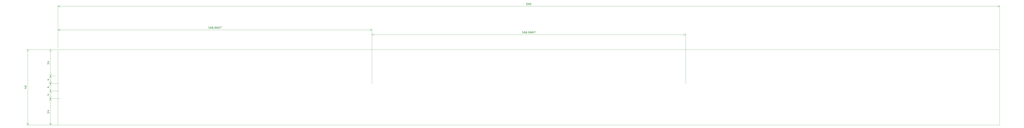
<source format=gbr>
%TF.GenerationSoftware,KiCad,Pcbnew,9.0.6*%
%TF.CreationDate,2026-01-13T20:20:36+00:00*%
%TF.ProjectId,Cinder,43696e64-6572-42e6-9b69-6361645f7063,rev?*%
%TF.SameCoordinates,Original*%
%TF.FileFunction,Profile,NP*%
%FSLAX46Y46*%
G04 Gerber Fmt 4.6, Leading zero omitted, Abs format (unit mm)*
G04 Created by KiCad (PCBNEW 9.0.6) date 2026-01-13 20:20:36*
%MOMM*%
%LPD*%
G01*
G04 APERTURE LIST*
%ADD10C,0.150000*%
%TA.AperFunction,Profile*%
%ADD11C,0.050000*%
%TD*%
G04 APERTURE END LIST*
D10*
X-2809523Y28695180D02*
X-3380951Y28695180D01*
X-3095237Y28695180D02*
X-3095237Y29695180D01*
X-3095237Y29695180D02*
X-3190475Y29552323D01*
X-3190475Y29552323D02*
X-3285713Y29457085D01*
X-3285713Y29457085D02*
X-3380951Y29409466D01*
X-1952380Y29695180D02*
X-2142856Y29695180D01*
X-2142856Y29695180D02*
X-2238094Y29647561D01*
X-2238094Y29647561D02*
X-2285713Y29599942D01*
X-2285713Y29599942D02*
X-2380951Y29457085D01*
X-2380951Y29457085D02*
X-2428570Y29266609D01*
X-2428570Y29266609D02*
X-2428570Y28885657D01*
X-2428570Y28885657D02*
X-2380951Y28790419D01*
X-2380951Y28790419D02*
X-2333332Y28742800D01*
X-2333332Y28742800D02*
X-2238094Y28695180D01*
X-2238094Y28695180D02*
X-2047618Y28695180D01*
X-2047618Y28695180D02*
X-1952380Y28742800D01*
X-1952380Y28742800D02*
X-1904761Y28790419D01*
X-1904761Y28790419D02*
X-1857142Y28885657D01*
X-1857142Y28885657D02*
X-1857142Y29123752D01*
X-1857142Y29123752D02*
X-1904761Y29218990D01*
X-1904761Y29218990D02*
X-1952380Y29266609D01*
X-1952380Y29266609D02*
X-2047618Y29314228D01*
X-2047618Y29314228D02*
X-2238094Y29314228D01*
X-2238094Y29314228D02*
X-2333332Y29266609D01*
X-2333332Y29266609D02*
X-2380951Y29218990D01*
X-2380951Y29218990D02*
X-2428570Y29123752D01*
X-999999Y29695180D02*
X-1190475Y29695180D01*
X-1190475Y29695180D02*
X-1285713Y29647561D01*
X-1285713Y29647561D02*
X-1333332Y29599942D01*
X-1333332Y29599942D02*
X-1428570Y29457085D01*
X-1428570Y29457085D02*
X-1476189Y29266609D01*
X-1476189Y29266609D02*
X-1476189Y28885657D01*
X-1476189Y28885657D02*
X-1428570Y28790419D01*
X-1428570Y28790419D02*
X-1380951Y28742800D01*
X-1380951Y28742800D02*
X-1285713Y28695180D01*
X-1285713Y28695180D02*
X-1095237Y28695180D01*
X-1095237Y28695180D02*
X-999999Y28742800D01*
X-999999Y28742800D02*
X-952380Y28790419D01*
X-952380Y28790419D02*
X-904761Y28885657D01*
X-904761Y28885657D02*
X-904761Y29123752D01*
X-904761Y29123752D02*
X-952380Y29218990D01*
X-952380Y29218990D02*
X-999999Y29266609D01*
X-999999Y29266609D02*
X-1095237Y29314228D01*
X-1095237Y29314228D02*
X-1285713Y29314228D01*
X-1285713Y29314228D02*
X-1380951Y29266609D01*
X-1380951Y29266609D02*
X-1428570Y29218990D01*
X-1428570Y29218990D02*
X-1476189Y29123752D01*
X-476189Y28790419D02*
X-428570Y28742800D01*
X-428570Y28742800D02*
X-476189Y28695180D01*
X-476189Y28695180D02*
X-523808Y28742800D01*
X-523808Y28742800D02*
X-476189Y28790419D01*
X-476189Y28790419D02*
X-476189Y28695180D01*
X428571Y29695180D02*
X238095Y29695180D01*
X238095Y29695180D02*
X142857Y29647561D01*
X142857Y29647561D02*
X95238Y29599942D01*
X95238Y29599942D02*
X0Y29457085D01*
X0Y29457085D02*
X-47618Y29266609D01*
X-47618Y29266609D02*
X-47618Y28885657D01*
X-47618Y28885657D02*
X0Y28790419D01*
X0Y28790419D02*
X47619Y28742800D01*
X47619Y28742800D02*
X142857Y28695180D01*
X142857Y28695180D02*
X333333Y28695180D01*
X333333Y28695180D02*
X428571Y28742800D01*
X428571Y28742800D02*
X476190Y28790419D01*
X476190Y28790419D02*
X523809Y28885657D01*
X523809Y28885657D02*
X523809Y29123752D01*
X523809Y29123752D02*
X476190Y29218990D01*
X476190Y29218990D02*
X428571Y29266609D01*
X428571Y29266609D02*
X333333Y29314228D01*
X333333Y29314228D02*
X142857Y29314228D01*
X142857Y29314228D02*
X47619Y29266609D01*
X47619Y29266609D02*
X0Y29218990D01*
X0Y29218990D02*
X-47618Y29123752D01*
X1380952Y29695180D02*
X1190476Y29695180D01*
X1190476Y29695180D02*
X1095238Y29647561D01*
X1095238Y29647561D02*
X1047619Y29599942D01*
X1047619Y29599942D02*
X952381Y29457085D01*
X952381Y29457085D02*
X904762Y29266609D01*
X904762Y29266609D02*
X904762Y28885657D01*
X904762Y28885657D02*
X952381Y28790419D01*
X952381Y28790419D02*
X1000000Y28742800D01*
X1000000Y28742800D02*
X1095238Y28695180D01*
X1095238Y28695180D02*
X1285714Y28695180D01*
X1285714Y28695180D02*
X1380952Y28742800D01*
X1380952Y28742800D02*
X1428571Y28790419D01*
X1428571Y28790419D02*
X1476190Y28885657D01*
X1476190Y28885657D02*
X1476190Y29123752D01*
X1476190Y29123752D02*
X1428571Y29218990D01*
X1428571Y29218990D02*
X1380952Y29266609D01*
X1380952Y29266609D02*
X1285714Y29314228D01*
X1285714Y29314228D02*
X1095238Y29314228D01*
X1095238Y29314228D02*
X1000000Y29266609D01*
X1000000Y29266609D02*
X952381Y29218990D01*
X952381Y29218990D02*
X904762Y29123752D01*
X2333333Y29695180D02*
X2142857Y29695180D01*
X2142857Y29695180D02*
X2047619Y29647561D01*
X2047619Y29647561D02*
X2000000Y29599942D01*
X2000000Y29599942D02*
X1904762Y29457085D01*
X1904762Y29457085D02*
X1857143Y29266609D01*
X1857143Y29266609D02*
X1857143Y28885657D01*
X1857143Y28885657D02*
X1904762Y28790419D01*
X1904762Y28790419D02*
X1952381Y28742800D01*
X1952381Y28742800D02*
X2047619Y28695180D01*
X2047619Y28695180D02*
X2238095Y28695180D01*
X2238095Y28695180D02*
X2333333Y28742800D01*
X2333333Y28742800D02*
X2380952Y28790419D01*
X2380952Y28790419D02*
X2428571Y28885657D01*
X2428571Y28885657D02*
X2428571Y29123752D01*
X2428571Y29123752D02*
X2380952Y29218990D01*
X2380952Y29218990D02*
X2333333Y29266609D01*
X2333333Y29266609D02*
X2238095Y29314228D01*
X2238095Y29314228D02*
X2047619Y29314228D01*
X2047619Y29314228D02*
X1952381Y29266609D01*
X1952381Y29266609D02*
X1904762Y29218990D01*
X1904762Y29218990D02*
X1857143Y29123752D01*
X2761905Y29695180D02*
X3428571Y29695180D01*
X3428571Y29695180D02*
X3000000Y28695180D01*
D11*
X-83333330Y1980000D02*
X-83333330Y28586420D01*
X83333330Y28586420D02*
X83333330Y1980000D01*
X-83333330Y28000000D02*
X83333330Y28000000D01*
X-83333330Y28000000D02*
X-82206826Y28586421D01*
X-83333330Y28000000D02*
X-82206826Y27413579D01*
X83333330Y28000000D02*
X82206826Y27413579D01*
X83333330Y28000000D02*
X82206826Y28586421D01*
D10*
X-169476188Y31195180D02*
X-170047616Y31195180D01*
X-169761902Y31195180D02*
X-169761902Y32195180D01*
X-169761902Y32195180D02*
X-169857140Y32052323D01*
X-169857140Y32052323D02*
X-169952378Y31957085D01*
X-169952378Y31957085D02*
X-170047616Y31909466D01*
X-168619045Y32195180D02*
X-168809521Y32195180D01*
X-168809521Y32195180D02*
X-168904759Y32147561D01*
X-168904759Y32147561D02*
X-168952378Y32099942D01*
X-168952378Y32099942D02*
X-169047616Y31957085D01*
X-169047616Y31957085D02*
X-169095235Y31766609D01*
X-169095235Y31766609D02*
X-169095235Y31385657D01*
X-169095235Y31385657D02*
X-169047616Y31290419D01*
X-169047616Y31290419D02*
X-168999997Y31242800D01*
X-168999997Y31242800D02*
X-168904759Y31195180D01*
X-168904759Y31195180D02*
X-168714283Y31195180D01*
X-168714283Y31195180D02*
X-168619045Y31242800D01*
X-168619045Y31242800D02*
X-168571426Y31290419D01*
X-168571426Y31290419D02*
X-168523807Y31385657D01*
X-168523807Y31385657D02*
X-168523807Y31623752D01*
X-168523807Y31623752D02*
X-168571426Y31718990D01*
X-168571426Y31718990D02*
X-168619045Y31766609D01*
X-168619045Y31766609D02*
X-168714283Y31814228D01*
X-168714283Y31814228D02*
X-168904759Y31814228D01*
X-168904759Y31814228D02*
X-168999997Y31766609D01*
X-168999997Y31766609D02*
X-169047616Y31718990D01*
X-169047616Y31718990D02*
X-169095235Y31623752D01*
X-167666664Y32195180D02*
X-167857140Y32195180D01*
X-167857140Y32195180D02*
X-167952378Y32147561D01*
X-167952378Y32147561D02*
X-167999997Y32099942D01*
X-167999997Y32099942D02*
X-168095235Y31957085D01*
X-168095235Y31957085D02*
X-168142854Y31766609D01*
X-168142854Y31766609D02*
X-168142854Y31385657D01*
X-168142854Y31385657D02*
X-168095235Y31290419D01*
X-168095235Y31290419D02*
X-168047616Y31242800D01*
X-168047616Y31242800D02*
X-167952378Y31195180D01*
X-167952378Y31195180D02*
X-167761902Y31195180D01*
X-167761902Y31195180D02*
X-167666664Y31242800D01*
X-167666664Y31242800D02*
X-167619045Y31290419D01*
X-167619045Y31290419D02*
X-167571426Y31385657D01*
X-167571426Y31385657D02*
X-167571426Y31623752D01*
X-167571426Y31623752D02*
X-167619045Y31718990D01*
X-167619045Y31718990D02*
X-167666664Y31766609D01*
X-167666664Y31766609D02*
X-167761902Y31814228D01*
X-167761902Y31814228D02*
X-167952378Y31814228D01*
X-167952378Y31814228D02*
X-168047616Y31766609D01*
X-168047616Y31766609D02*
X-168095235Y31718990D01*
X-168095235Y31718990D02*
X-168142854Y31623752D01*
X-167142854Y31290419D02*
X-167095235Y31242800D01*
X-167095235Y31242800D02*
X-167142854Y31195180D01*
X-167142854Y31195180D02*
X-167190473Y31242800D01*
X-167190473Y31242800D02*
X-167142854Y31290419D01*
X-167142854Y31290419D02*
X-167142854Y31195180D01*
X-166238093Y32195180D02*
X-166428569Y32195180D01*
X-166428569Y32195180D02*
X-166523807Y32147561D01*
X-166523807Y32147561D02*
X-166571426Y32099942D01*
X-166571426Y32099942D02*
X-166666664Y31957085D01*
X-166666664Y31957085D02*
X-166714283Y31766609D01*
X-166714283Y31766609D02*
X-166714283Y31385657D01*
X-166714283Y31385657D02*
X-166666664Y31290419D01*
X-166666664Y31290419D02*
X-166619045Y31242800D01*
X-166619045Y31242800D02*
X-166523807Y31195180D01*
X-166523807Y31195180D02*
X-166333331Y31195180D01*
X-166333331Y31195180D02*
X-166238093Y31242800D01*
X-166238093Y31242800D02*
X-166190474Y31290419D01*
X-166190474Y31290419D02*
X-166142855Y31385657D01*
X-166142855Y31385657D02*
X-166142855Y31623752D01*
X-166142855Y31623752D02*
X-166190474Y31718990D01*
X-166190474Y31718990D02*
X-166238093Y31766609D01*
X-166238093Y31766609D02*
X-166333331Y31814228D01*
X-166333331Y31814228D02*
X-166523807Y31814228D01*
X-166523807Y31814228D02*
X-166619045Y31766609D01*
X-166619045Y31766609D02*
X-166666664Y31718990D01*
X-166666664Y31718990D02*
X-166714283Y31623752D01*
X-165285712Y32195180D02*
X-165476188Y32195180D01*
X-165476188Y32195180D02*
X-165571426Y32147561D01*
X-165571426Y32147561D02*
X-165619045Y32099942D01*
X-165619045Y32099942D02*
X-165714283Y31957085D01*
X-165714283Y31957085D02*
X-165761902Y31766609D01*
X-165761902Y31766609D02*
X-165761902Y31385657D01*
X-165761902Y31385657D02*
X-165714283Y31290419D01*
X-165714283Y31290419D02*
X-165666664Y31242800D01*
X-165666664Y31242800D02*
X-165571426Y31195180D01*
X-165571426Y31195180D02*
X-165380950Y31195180D01*
X-165380950Y31195180D02*
X-165285712Y31242800D01*
X-165285712Y31242800D02*
X-165238093Y31290419D01*
X-165238093Y31290419D02*
X-165190474Y31385657D01*
X-165190474Y31385657D02*
X-165190474Y31623752D01*
X-165190474Y31623752D02*
X-165238093Y31718990D01*
X-165238093Y31718990D02*
X-165285712Y31766609D01*
X-165285712Y31766609D02*
X-165380950Y31814228D01*
X-165380950Y31814228D02*
X-165571426Y31814228D01*
X-165571426Y31814228D02*
X-165666664Y31766609D01*
X-165666664Y31766609D02*
X-165714283Y31718990D01*
X-165714283Y31718990D02*
X-165761902Y31623752D01*
X-164333331Y32195180D02*
X-164523807Y32195180D01*
X-164523807Y32195180D02*
X-164619045Y32147561D01*
X-164619045Y32147561D02*
X-164666664Y32099942D01*
X-164666664Y32099942D02*
X-164761902Y31957085D01*
X-164761902Y31957085D02*
X-164809521Y31766609D01*
X-164809521Y31766609D02*
X-164809521Y31385657D01*
X-164809521Y31385657D02*
X-164761902Y31290419D01*
X-164761902Y31290419D02*
X-164714283Y31242800D01*
X-164714283Y31242800D02*
X-164619045Y31195180D01*
X-164619045Y31195180D02*
X-164428569Y31195180D01*
X-164428569Y31195180D02*
X-164333331Y31242800D01*
X-164333331Y31242800D02*
X-164285712Y31290419D01*
X-164285712Y31290419D02*
X-164238093Y31385657D01*
X-164238093Y31385657D02*
X-164238093Y31623752D01*
X-164238093Y31623752D02*
X-164285712Y31718990D01*
X-164285712Y31718990D02*
X-164333331Y31766609D01*
X-164333331Y31766609D02*
X-164428569Y31814228D01*
X-164428569Y31814228D02*
X-164619045Y31814228D01*
X-164619045Y31814228D02*
X-164714283Y31766609D01*
X-164714283Y31766609D02*
X-164761902Y31718990D01*
X-164761902Y31718990D02*
X-164809521Y31623752D01*
X-163904759Y32195180D02*
X-163238093Y32195180D01*
X-163238093Y32195180D02*
X-163666664Y31195180D01*
D11*
X-250000000Y20500000D02*
X-250000000Y31086420D01*
X-83333330Y31086420D02*
X-83333330Y1980000D01*
X-250000000Y30500000D02*
X-83333330Y30500000D01*
X-250000000Y30500000D02*
X-248873496Y31086421D01*
X-250000000Y30500000D02*
X-248873496Y29913579D01*
X-83333330Y30500000D02*
X-84459834Y29913579D01*
X-83333330Y30500000D02*
X-84459834Y31086421D01*
D10*
X-254695180Y-13190476D02*
X-254695180Y-13761904D01*
X-254695180Y-13476190D02*
X-255695180Y-13476190D01*
X-255695180Y-13476190D02*
X-255552323Y-13571428D01*
X-255552323Y-13571428D02*
X-255457085Y-13666666D01*
X-255457085Y-13666666D02*
X-255409466Y-13761904D01*
X-255361847Y-12333333D02*
X-254695180Y-12333333D01*
X-255742800Y-12571428D02*
X-255028514Y-12809523D01*
X-255028514Y-12809523D02*
X-255028514Y-12190476D01*
D11*
X-248640000Y-6000000D02*
X-254586420Y-6000000D01*
X-254586420Y-20000000D02*
X-248640000Y-20000000D01*
X-254000000Y-6000000D02*
X-254000000Y-20000000D01*
X-254000000Y-6000000D02*
X-253413579Y-7126504D01*
X-254000000Y-6000000D02*
X-254586421Y-7126504D01*
X-254000000Y-20000000D02*
X-254586421Y-18873496D01*
X-254000000Y-20000000D02*
X-253413579Y-18873496D01*
D10*
X-255361847Y-3809523D02*
X-254695180Y-3809523D01*
X-255742800Y-4047618D02*
X-255028514Y-4285713D01*
X-255028514Y-4285713D02*
X-255028514Y-3666666D01*
D11*
X-249500000Y-2000000D02*
X-254586420Y-2000000D01*
X-254586420Y-6000000D02*
X-249000000Y-6000000D01*
X-254000000Y-2000000D02*
X-254000000Y-6000000D01*
X-254000000Y-2000000D02*
X-253413579Y-3126504D01*
X-254000000Y-2000000D02*
X-254586421Y-3126504D01*
X-254000000Y-6000000D02*
X-254586421Y-4873496D01*
X-254000000Y-6000000D02*
X-253413579Y-4873496D01*
D10*
X-255361847Y190476D02*
X-254695180Y190476D01*
X-255742800Y-47618D02*
X-255028514Y-285713D01*
X-255028514Y-285713D02*
X-255028514Y333333D01*
D11*
X-249500000Y2000000D02*
X-254586420Y2000000D01*
X-254586420Y-2000000D02*
X-249500000Y-2000000D01*
X-254000000Y2000000D02*
X-254000000Y-2000000D01*
X-254000000Y2000000D02*
X-253413579Y873496D01*
X-254000000Y2000000D02*
X-254586421Y873496D01*
X-254000000Y-2000000D02*
X-254586421Y-873496D01*
X-254000000Y-2000000D02*
X-253413579Y-873496D01*
D10*
X-255361847Y4190476D02*
X-254695180Y4190476D01*
X-255742800Y3952381D02*
X-255028514Y3714286D01*
X-255028514Y3714286D02*
X-255028514Y4333333D01*
D11*
X-251500000Y6000000D02*
X-254586420Y6000000D01*
X-254586420Y2000000D02*
X-251500000Y2000000D01*
X-254000000Y6000000D02*
X-254000000Y2000000D01*
X-254000000Y6000000D02*
X-253413579Y4873496D01*
X-254000000Y6000000D02*
X-254586421Y4873496D01*
X-254000000Y2000000D02*
X-254586421Y3126504D01*
X-254000000Y2000000D02*
X-253413579Y3126504D01*
D10*
X-254695180Y12809523D02*
X-254695180Y12238095D01*
X-254695180Y12523809D02*
X-255695180Y12523809D01*
X-255695180Y12523809D02*
X-255552323Y12428571D01*
X-255552323Y12428571D02*
X-255457085Y12333333D01*
X-255457085Y12333333D02*
X-255409466Y12238095D01*
X-255361847Y13666666D02*
X-254695180Y13666666D01*
X-255742800Y13428571D02*
X-255028514Y13190476D01*
X-255028514Y13190476D02*
X-255028514Y13809523D01*
D11*
X-251500000Y6000000D02*
X-254586420Y6000000D01*
X-254586420Y20000000D02*
X-250500000Y20000000D01*
X-254000000Y6000000D02*
X-254000000Y20000000D01*
X-254000000Y6000000D02*
X-254586421Y7126504D01*
X-254000000Y6000000D02*
X-253413579Y7126504D01*
X-254000000Y20000000D02*
X-253413579Y18873496D01*
X-254000000Y20000000D02*
X-254586421Y18873496D01*
D10*
X-267361847Y-285714D02*
X-266695180Y-285714D01*
X-267742800Y-523809D02*
X-267028514Y-761904D01*
X-267028514Y-761904D02*
X-267028514Y-142857D01*
X-267695180Y428571D02*
X-267695180Y523809D01*
X-267695180Y523809D02*
X-267647561Y619047D01*
X-267647561Y619047D02*
X-267599942Y666666D01*
X-267599942Y666666D02*
X-267504704Y714285D01*
X-267504704Y714285D02*
X-267314228Y761904D01*
X-267314228Y761904D02*
X-267076133Y761904D01*
X-267076133Y761904D02*
X-266885657Y714285D01*
X-266885657Y714285D02*
X-266790419Y666666D01*
X-266790419Y666666D02*
X-266742800Y619047D01*
X-266742800Y619047D02*
X-266695180Y523809D01*
X-266695180Y523809D02*
X-266695180Y428571D01*
X-266695180Y428571D02*
X-266742800Y333333D01*
X-266742800Y333333D02*
X-266790419Y285714D01*
X-266790419Y285714D02*
X-266885657Y238095D01*
X-266885657Y238095D02*
X-267076133Y190476D01*
X-267076133Y190476D02*
X-267314228Y190476D01*
X-267314228Y190476D02*
X-267504704Y238095D01*
X-267504704Y238095D02*
X-267599942Y285714D01*
X-267599942Y285714D02*
X-267647561Y333333D01*
X-267647561Y333333D02*
X-267695180Y428571D01*
D11*
X-250500000Y20000000D02*
X-266586420Y20000000D01*
X-266586420Y-20000000D02*
X-250500000Y-20000000D01*
X-266000000Y20000000D02*
X-266000000Y-20000000D01*
X-266000000Y20000000D02*
X-265413579Y18873496D01*
X-266000000Y20000000D02*
X-266586421Y18873496D01*
X-266000000Y-20000000D02*
X-266586421Y-18873496D01*
X-266000000Y-20000000D02*
X-265413579Y-18873496D01*
D10*
X-714285Y44695180D02*
X-1190475Y44695180D01*
X-1190475Y44695180D02*
X-1238094Y44218990D01*
X-1238094Y44218990D02*
X-1190475Y44266609D01*
X-1190475Y44266609D02*
X-1095237Y44314228D01*
X-1095237Y44314228D02*
X-857142Y44314228D01*
X-857142Y44314228D02*
X-761904Y44266609D01*
X-761904Y44266609D02*
X-714285Y44218990D01*
X-714285Y44218990D02*
X-666666Y44123752D01*
X-666666Y44123752D02*
X-666666Y43885657D01*
X-666666Y43885657D02*
X-714285Y43790419D01*
X-714285Y43790419D02*
X-761904Y43742800D01*
X-761904Y43742800D02*
X-857142Y43695180D01*
X-857142Y43695180D02*
X-1095237Y43695180D01*
X-1095237Y43695180D02*
X-1190475Y43742800D01*
X-1190475Y43742800D02*
X-1238094Y43790419D01*
X-47618Y44695180D02*
X47619Y44695180D01*
X47619Y44695180D02*
X142857Y44647561D01*
X142857Y44647561D02*
X190476Y44599942D01*
X190476Y44599942D02*
X238095Y44504704D01*
X238095Y44504704D02*
X285714Y44314228D01*
X285714Y44314228D02*
X285714Y44076133D01*
X285714Y44076133D02*
X238095Y43885657D01*
X238095Y43885657D02*
X190476Y43790419D01*
X190476Y43790419D02*
X142857Y43742800D01*
X142857Y43742800D02*
X47619Y43695180D01*
X47619Y43695180D02*
X-47618Y43695180D01*
X-47618Y43695180D02*
X-142856Y43742800D01*
X-142856Y43742800D02*
X-190475Y43790419D01*
X-190475Y43790419D02*
X-238094Y43885657D01*
X-238094Y43885657D02*
X-285713Y44076133D01*
X-285713Y44076133D02*
X-285713Y44314228D01*
X-285713Y44314228D02*
X-238094Y44504704D01*
X-238094Y44504704D02*
X-190475Y44599942D01*
X-190475Y44599942D02*
X-142856Y44647561D01*
X-142856Y44647561D02*
X-47618Y44695180D01*
X904762Y44695180D02*
X1000000Y44695180D01*
X1000000Y44695180D02*
X1095238Y44647561D01*
X1095238Y44647561D02*
X1142857Y44599942D01*
X1142857Y44599942D02*
X1190476Y44504704D01*
X1190476Y44504704D02*
X1238095Y44314228D01*
X1238095Y44314228D02*
X1238095Y44076133D01*
X1238095Y44076133D02*
X1190476Y43885657D01*
X1190476Y43885657D02*
X1142857Y43790419D01*
X1142857Y43790419D02*
X1095238Y43742800D01*
X1095238Y43742800D02*
X1000000Y43695180D01*
X1000000Y43695180D02*
X904762Y43695180D01*
X904762Y43695180D02*
X809524Y43742800D01*
X809524Y43742800D02*
X761905Y43790419D01*
X761905Y43790419D02*
X714286Y43885657D01*
X714286Y43885657D02*
X666667Y44076133D01*
X666667Y44076133D02*
X666667Y44314228D01*
X666667Y44314228D02*
X714286Y44504704D01*
X714286Y44504704D02*
X761905Y44599942D01*
X761905Y44599942D02*
X809524Y44647561D01*
X809524Y44647561D02*
X904762Y44695180D01*
D11*
X250000000Y20500000D02*
X250000000Y43586420D01*
X-250000000Y43586420D02*
X-250000000Y20500000D01*
X250000000Y43000000D02*
X-250000000Y43000000D01*
X250000000Y43000000D02*
X248873496Y42413579D01*
X250000000Y43000000D02*
X248873496Y43586421D01*
X-250000000Y43000000D02*
X-248873496Y43586421D01*
X-250000000Y43000000D02*
X-248873496Y42413579D01*
X-250000000Y20000000D02*
X250000000Y20000000D01*
X250000000Y-20000000D01*
X-250000000Y-20000000D01*
X-250000000Y20000000D01*
M02*

</source>
